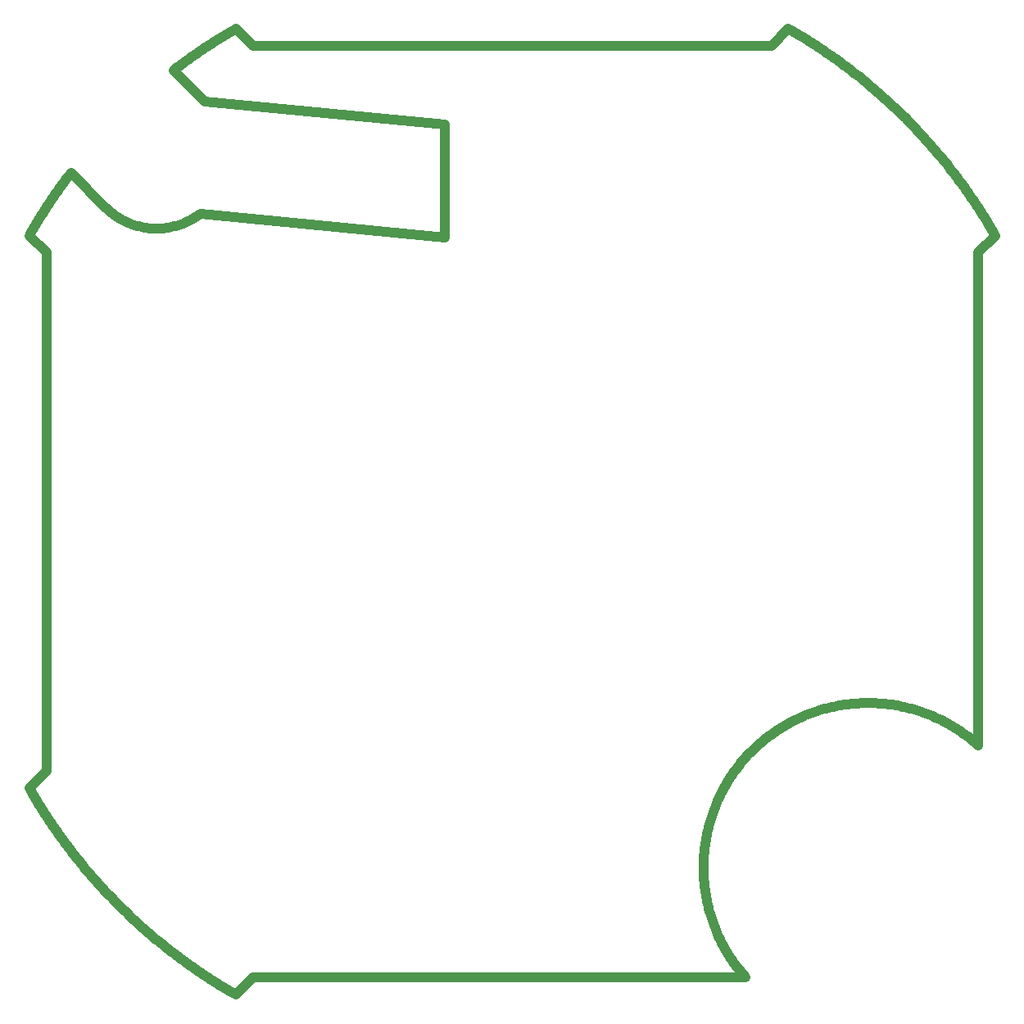
<source format=gm1>
G04*
G04 #@! TF.GenerationSoftware,Altium Limited,Altium Designer,22.5.1 (42)*
G04*
G04 Layer_Color=16711935*
%FSLAX25Y25*%
%MOIN*%
G70*
G04*
G04 #@! TF.SameCoordinates,1E371425-67B3-4B82-B5F9-9DAA90CAEBC7*
G04*
G04*
G04 #@! TF.FilePolarity,Positive*
G04*
G01*
G75*
%ADD49C,0.03937*%
D49*
X2468Y73128D02*
X2969Y72258D01*
X3472Y71390D01*
X3980Y70524D01*
X4492Y69661D01*
X5007Y68800D01*
X5527Y67941D01*
X6050Y67084D01*
X6577Y66230D01*
X7107Y65378D01*
X7642Y64529D01*
X8180Y63682D01*
X8722Y62837D01*
X9267Y61995D01*
X9817Y61155D01*
X10370Y60317D01*
X10926Y59482D01*
X11487Y58650D01*
X12051Y57820D01*
X12619Y56992D01*
X13191Y56167D01*
X13766Y55345D01*
X14345Y54525D01*
X14927Y53708D01*
X15513Y52893D01*
X16103Y52081D01*
X16696Y51272D01*
X17293Y50465D01*
X17893Y49661D01*
X18497Y48859D01*
X19105Y48060D01*
X19716Y47264D01*
X20330Y46471D01*
X20948Y45680D01*
X21570Y44892D01*
X22195Y44107D01*
X22824Y43325D01*
X23456Y42545D01*
X24091Y41768D01*
X24730Y40994D01*
X25372Y40223D01*
X26018Y39455D01*
X26667Y38689D01*
X27319Y37927D01*
X27975Y37167D01*
X28635Y36411D01*
X29297Y35657D01*
X29963Y34906D01*
X30632Y34158D01*
X31305Y33413D01*
X31981Y32671D01*
X32660Y31933D01*
X33342Y31197D01*
X34028Y30464D01*
X34717Y29734D01*
X35409Y29007D01*
X36104Y28284D01*
X36803Y27563D01*
X37505Y26845D01*
X38210Y26131D01*
X38918Y25420D01*
X39629Y24712D01*
X40343Y24007D01*
X41061Y23305D01*
X41781Y22607D01*
X42505Y21911D01*
X43232Y21219D01*
X43962Y20530D01*
X44694Y19845D01*
X45430Y19162D01*
X46169Y18483D01*
X46911Y17807D01*
X47656Y17134D01*
X48404Y16465D01*
X49154Y15799D01*
X49908Y15137D01*
X50665Y14478D01*
X51424Y13822D01*
X52187Y13169D01*
X52952Y12520D01*
X53721Y11874D01*
X54492Y11232D01*
X55266Y10593D01*
X56042Y9957D01*
X56822Y9325D01*
X57604Y8697D01*
X58390Y8072D01*
X59178Y7450D01*
X59968Y6832D01*
X60762Y6218D01*
X61558Y5607D01*
X62357Y4999D01*
X63158Y4395D01*
X63962Y3795D01*
X64769Y3198D01*
X65579Y2605D01*
X66391Y2015D01*
X67205Y1429D01*
X68023Y846D01*
X68842Y268D01*
X69665Y-308D01*
X70490Y-879D01*
X71317Y-1447D01*
X72147Y-2011D01*
X72980Y-2572D01*
X73815Y-3128D01*
X74652Y-3682D01*
X75492Y-4231D01*
X76334Y-4777D01*
X77179Y-5319D01*
X78026Y-5857D01*
X78876Y-6391D01*
X79727Y-6922D01*
X80582Y-7449D01*
X81438Y-7972D01*
X82297Y-8491D01*
X83158Y-9006D01*
X84021Y-9518D01*
X84887Y-10026D01*
X85755Y-10530D01*
X86625Y-11030D01*
X33366Y309390D02*
X34092Y308689D01*
X34841Y308014D01*
X35612Y307364D01*
X36405Y306741D01*
X37220Y306145D01*
X38053Y305577D01*
X38906Y305039D01*
X39777Y304530D01*
X40665Y304050D01*
X41568Y303602D01*
X42487Y303184D01*
X43418Y302799D01*
X44363Y302445D01*
X45319Y302123D01*
X46286Y301835D01*
X47262Y301580D01*
X48246Y301358D01*
X49237Y301170D01*
X50234Y301016D01*
X51235Y300896D01*
X52240Y300810D01*
X53248Y300759D01*
X54256Y300742D01*
X55265Y300760D01*
X56272Y300812D01*
X57277Y300898D01*
X58279Y301019D01*
X59276Y301174D01*
X60267Y301362D01*
X61251Y301585D01*
X62226Y301841D01*
X63193Y302130D01*
X64149Y302452D01*
X65093Y302807D01*
X66025Y303193D01*
X66943Y303611D01*
X67846Y304061D01*
X68733Y304540D01*
X69604Y305050D01*
X70456Y305590D01*
X71289Y306158D01*
X72103Y306754D01*
X19407Y323350D02*
X18808Y322565D01*
X18212Y321778D01*
X17619Y320988D01*
X17030Y320196D01*
X16445Y319401D01*
X15862Y318604D01*
X15284Y317804D01*
X14709Y317002D01*
X14137Y316197D01*
X13569Y315389D01*
X13004Y314580D01*
X12443Y313767D01*
X11886Y312952D01*
X11332Y312135D01*
X10781Y311316D01*
X10234Y310494D01*
X9691Y309669D01*
X9152Y308842D01*
X8616Y308014D01*
X8083Y307182D01*
X7554Y306348D01*
X7029Y305512D01*
X6508Y304674D01*
X5990Y303834D01*
X5476Y302991D01*
X4965Y302146D01*
X4459Y301298D01*
X3956Y300449D01*
X3456Y299597D01*
X2961Y298744D01*
X2469Y297887D01*
X388598Y90444D02*
X387849Y91109D01*
X387090Y91763D01*
X386322Y92406D01*
X385544Y93037D01*
X384756Y93657D01*
X383960Y94264D01*
X383154Y94860D01*
X382340Y95443D01*
X381517Y96014D01*
X380685Y96573D01*
X379845Y97120D01*
X378997Y97653D01*
X378142Y98174D01*
X377278Y98682D01*
X376407Y99177D01*
X375529Y99659D01*
X374644Y100128D01*
X373751Y100584D01*
X372852Y101026D01*
X371947Y101454D01*
X371035Y101869D01*
X370117Y102270D01*
X369193Y102658D01*
X368264Y103032D01*
X367329Y103391D01*
X366388Y103737D01*
X365443Y104068D01*
X364493Y104386D01*
X363538Y104689D01*
X362578Y104977D01*
X361615Y105252D01*
X360647Y105512D01*
X359676Y105757D01*
X358701Y105988D01*
X357723Y106204D01*
X356741Y106405D01*
X355757Y106592D01*
X354770Y106764D01*
X353781Y106922D01*
X352789Y107064D01*
X351796Y107192D01*
X350800Y107304D01*
X349803Y107402D01*
X348805Y107485D01*
X347805Y107553D01*
X346805Y107606D01*
X345803Y107644D01*
X344802Y107667D01*
X343800Y107675D01*
X342798Y107668D01*
X341797Y107645D01*
X340796Y107608D01*
X339795Y107556D01*
X338796Y107490D01*
X337797Y107408D01*
X336800Y107311D01*
X335804Y107199D01*
X334811Y107072D01*
X333819Y106931D01*
X332829Y106774D01*
X331842Y106603D01*
X330858Y106417D01*
X329876Y106217D01*
X328898Y106001D01*
X327923Y105772D01*
X326951Y105527D01*
X325983Y105268D01*
X325020Y104995D01*
X324060Y104707D01*
X323105Y104404D01*
X322154Y104088D01*
X321209Y103758D01*
X320268Y103413D01*
X319333Y103054D01*
X318403Y102681D01*
X317478Y102295D01*
X316560Y101894D01*
X315648Y101480D01*
X314742Y101052D01*
X313843Y100611D01*
X312950Y100156D01*
X312064Y99688D01*
X311185Y99207D01*
X310314Y98713D01*
X309450Y98206D01*
X308594Y97685D01*
X307745Y97153D01*
X306905Y96607D01*
X306073Y96049D01*
X305249Y95479D01*
X304434Y94896D01*
X303628Y94301D01*
X302831Y93694D01*
X302043Y93076D01*
X301265Y92445D01*
X300496Y91803D01*
X299736Y91150D01*
X298987Y90485D01*
X298247Y89809D01*
X297518Y89122D01*
X296799Y88424D01*
X296091Y87716D01*
X295393Y86997D01*
X294706Y86268D01*
X294030Y85528D01*
X293365Y84779D01*
X292712Y84020D01*
X292070Y83250D01*
X291440Y82472D01*
X290821Y81684D01*
X290214Y80887D01*
X289619Y80081D01*
X289036Y79266D01*
X288466Y78442D01*
X287908Y77610D01*
X287363Y76770D01*
X286830Y75921D01*
X286310Y75065D01*
X285802Y74201D01*
X285308Y73330D01*
X284827Y72451D01*
X284359Y71565D01*
X283904Y70673D01*
X283463Y69773D01*
X283035Y68867D01*
X282621Y67955D01*
X282221Y67037D01*
X281834Y66113D01*
X281461Y65183D01*
X281102Y64247D01*
X280758Y63307D01*
X280427Y62361D01*
X280111Y61410D01*
X279808Y60455D01*
X279521Y59496D01*
X279247Y58532D01*
X278988Y57564D01*
X278744Y56593D01*
X278514Y55618D01*
X278298Y54639D01*
X278098Y53658D01*
X277912Y52673D01*
X277741Y51686D01*
X277584Y50697D01*
X277443Y49705D01*
X277316Y48711D01*
X277204Y47715D01*
X277107Y46718D01*
X277026Y45720D01*
X276958Y44720D01*
X276906Y43720D01*
X276870Y42719D01*
X276847Y41717D01*
X276840Y40715D01*
X276848Y39713D01*
X276871Y38712D01*
X276909Y37711D01*
X276962Y36710D01*
X277030Y35711D01*
X277113Y34712D01*
X277211Y33716D01*
X277323Y32720D01*
X277451Y31726D01*
X277593Y30735D01*
X277751Y29745D01*
X277923Y28758D01*
X278109Y27774D01*
X278311Y26793D01*
X278527Y25815D01*
X278758Y24840D01*
X279003Y23868D01*
X279263Y22901D01*
X279537Y21937D01*
X279826Y20978D01*
X280129Y20023D01*
X280447Y19073D01*
X280778Y18127D01*
X281124Y17187D01*
X281483Y16252D01*
X281857Y15323D01*
X282244Y14399D01*
X282646Y13481D01*
X283061Y12569D01*
X283489Y11663D01*
X283931Y10764D01*
X284387Y9872D01*
X284855Y8987D01*
X285337Y8108D01*
X285832Y7237D01*
X286340Y6374D01*
X286861Y5518D01*
X287395Y4670D01*
X287941Y3830D01*
X288500Y2999D01*
X289071Y2176D01*
X289655Y1362D01*
X290250Y556D01*
X290858Y-241D01*
X291477Y-1028D01*
X292108Y-1806D01*
X292751Y-2575D01*
X293405Y-3333D01*
X294071Y-4082D01*
X395547Y297887D02*
X395046Y298757D01*
X394542Y299625D01*
X394035Y300491D01*
X393523Y301354D01*
X393008Y302216D01*
X392488Y303074D01*
X391965Y303931D01*
X391438Y304785D01*
X390908Y305637D01*
X390373Y306487D01*
X389835Y307334D01*
X389293Y308178D01*
X388748Y309021D01*
X388198Y309860D01*
X387645Y310698D01*
X387088Y311533D01*
X386528Y312366D01*
X385964Y313195D01*
X385396Y314023D01*
X384824Y314848D01*
X384249Y315670D01*
X383670Y316490D01*
X383088Y317308D01*
X382502Y318122D01*
X381912Y318934D01*
X381319Y319744D01*
X380722Y320551D01*
X380121Y321355D01*
X379517Y322157D01*
X378910Y322955D01*
X378299Y323752D01*
X377684Y324545D01*
X377066Y325336D01*
X376445Y326124D01*
X375819Y326909D01*
X375191Y327691D01*
X374559Y328471D01*
X373923Y329248D01*
X373284Y330022D01*
X372642Y330793D01*
X371996Y331561D01*
X371347Y332327D01*
X370695Y333089D01*
X370039Y333849D01*
X369379Y334605D01*
X368717Y335359D01*
X368051Y336110D01*
X367382Y336858D01*
X366709Y337603D01*
X366033Y338345D01*
X365354Y339084D01*
X364672Y339820D01*
X363986Y340552D01*
X363297Y341282D01*
X362605Y342009D01*
X361909Y342733D01*
X361211Y343453D01*
X360509Y344171D01*
X359804Y344885D01*
X359096Y345596D01*
X358385Y346304D01*
X357670Y347009D01*
X356953Y347711D01*
X356232Y348410D01*
X355509Y349105D01*
X354782Y349797D01*
X354052Y350486D01*
X353319Y351172D01*
X352583Y351854D01*
X351844Y352533D01*
X351102Y353209D01*
X350358Y353882D01*
X349610Y354551D01*
X348859Y355217D01*
X348105Y355880D01*
X347348Y356539D01*
X346589Y357195D01*
X345826Y357847D01*
X345061Y358497D01*
X344292Y359142D01*
X343521Y359785D01*
X342747Y360423D01*
X341971Y361059D01*
X341191Y361691D01*
X340409Y362320D01*
X339623Y362945D01*
X338835Y363566D01*
X338045Y364184D01*
X337251Y364799D01*
X336455Y365410D01*
X335656Y366018D01*
X334855Y366622D01*
X334051Y367222D01*
X333244Y367819D01*
X332434Y368412D01*
X331622Y369002D01*
X330807Y369588D01*
X329990Y370170D01*
X329170Y370749D01*
X328348Y371324D01*
X327523Y371896D01*
X326695Y372464D01*
X325865Y373028D01*
X325033Y373588D01*
X324198Y374145D01*
X323360Y374698D01*
X322520Y375248D01*
X321678Y375793D01*
X320833Y376335D01*
X319986Y376873D01*
X319137Y377408D01*
X318285Y377939D01*
X317431Y378465D01*
X316574Y378989D01*
X315715Y379508D01*
X314854Y380023D01*
X313991Y380535D01*
X313125Y381043D01*
X312257Y381547D01*
X311387Y382047D01*
X86628D02*
X85772Y381555D01*
X84918Y381059D01*
X84066Y380560D01*
X83217Y380057D01*
X82370Y379550D01*
X81524Y379039D01*
X80682Y378525D01*
X79841Y378007D01*
X79003Y377486D01*
X78167Y376961D01*
X77333Y376432D01*
X76502Y375900D01*
X75673Y375363D01*
X74846Y374824D01*
X74022Y374281D01*
X73200Y373734D01*
X72380Y373183D01*
X71563Y372629D01*
X70748Y372072D01*
X69936Y371511D01*
X69126Y370946D01*
X68318Y370378D01*
X67514Y369807D01*
X66711Y369231D01*
X65911Y368653D01*
X65114Y368071D01*
X64319Y367485D01*
X63527Y366896D01*
X62737Y366303D01*
X61950Y365707D01*
X61166Y365108D01*
X9417Y80076D02*
Y290939D01*
X86628Y-11032D02*
X93576Y-4083D01*
X2468Y73128D02*
X9417Y80076D01*
X86628Y382047D02*
X93576Y375098D01*
X304439D02*
X311387Y382047D01*
X93576Y375098D02*
X304439D01*
X19407Y323350D02*
X33366Y309390D01*
X93576Y-4083D02*
X294071D01*
X388598Y290939D02*
X395547Y297887D01*
X388598Y90444D02*
Y290939D01*
X72103Y306754D02*
X171500Y297131D01*
X61165Y365108D02*
X73801Y352472D01*
X171500Y297131D02*
Y343014D01*
X73801Y352472D02*
X171500Y343014D01*
X2468Y297887D02*
X9417Y290939D01*
M02*

</source>
